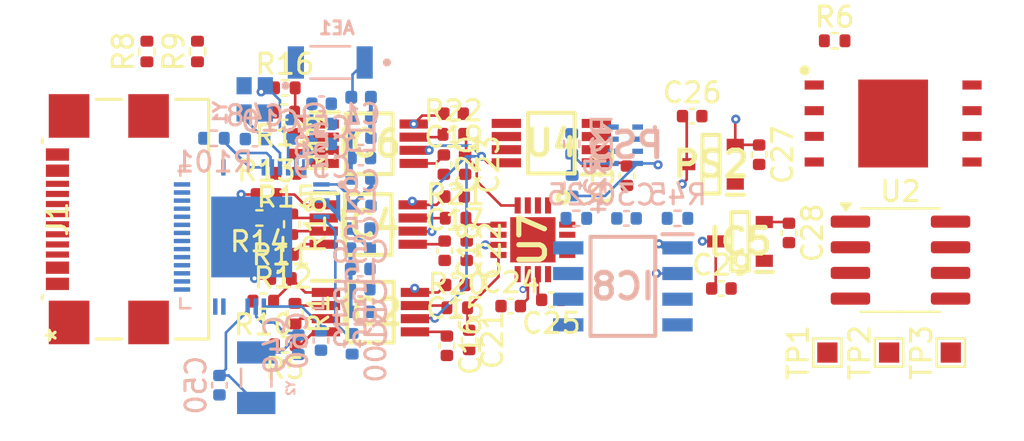
<source format=kicad_pcb>
(kicad_pcb (version 20241229) (generator "pcbnew") (generator_version "9.0")
  (layers (0 "F.Cu" signal) (4 "In1.Cu" power) (6 "In2.Cu" power) (2 "B.Cu" signal) (13 "F.Paste" user) (15 "B.Paste" user) (5 "F.SilkS" user "F.Silkscreen") (7 "B.SilkS" user "B.Silkscreen") (1 "F.Mask" user) (3 "B.Mask" user) (25 "Edge.Cuts" user))
  (net 0 "")
  (net 2 "Net-(AE1-FEED)")
  (net 3 "Net-(C1-Pad1)")
  (net 4 "Net-(C1-Pad2)")
  (net 5 "GNDD")
  (net 6 "Net-(IC10-LNA_IN)")
  (net 7 "5V_LDO")
  (net 8 "3.7V_BAT-")
  (net 9 "Net-(IC2--VS)")
  (net 10 "Net-(IC4--VS)")
  (net 11 "Net-(IC6--VS)")
  (net 12 "SG1_FILTERED")
  (net 13 "SG2_FILTERED")
  (net 14 "SG3_FILTERED")
  (net 15 "3V3_Ref")
  (net 16 "5.5V_BOOST")
  (net 17 "SG_EXCITATION")
  (net 18 "PGND")
  (net 19 "3V3")
  (net 20 "Net-(IC10-XTAL_P)")
  (net 21 "Net-(IC10-XTAL_N)")
  (net 22 "Net-(IC10-XTAL_32K_P)")
  (net 23 "Net-(IC10-XTAL_32K_N)")
  (net 24 "Net-(IC10-VDD3P3_1)")
  (net 25 "CS_FLASH")
  (net 26 "SLCK_FLASH")
  (net 27 "MISO_FLASH")
  (net 28 "MOSI_FLASH")
  (net 29 "SG1+")
  (net 30 "Net-(IC2-RG_2)")
  (net 31 "SG1_AMP")
  (net 32 "DAC_BIAS_REF")
  (net 33 "Net-(IC2-RG_1)")
  (net 34 "SG1-")
  (net 35 "Net-(IC4-RG_2)")
  (net 36 "SG2+")
  (net 37 "SG2-")
  (net 38 "Net-(IC4-RG_1)")
  (net 39 "SG2_AMP")
  (net 40 "Net-(IC6-RG_1)")
  (net 41 "SG3+")
  (net 42 "SG3-")
  (net 43 "SG3_AMP")
  (net 44 "Net-(IC6-RG_2)")
  (net 45 "Net-(IC8-ADJ)")
  (net 47 "Net-(IC10-GPIO0)")
  (net 49 "3V3_ESP")
  (net 50 "usb_esp-")
  (net 52 "Net-(IC10-GPIO45)")
  (net 53 "CS_ESP")
  (net 54 "MISO_ESP")
  (net 56 "usb_esp+")
  (net 58 "SCLK_ESP")
  (net 63 "MOSI_ESP")
  (net 64 "USB_D+_EXT")
  (net 65 "5v_USB_EXT")
  (net 66 "USB_D-_EXT")
  (net 69 "Net-(J1-CC2)")
  (net 70 "Net-(J1-CC1)")
  (net 71 "Net-(PS3-FB)")
  (net 72 "3.7V_BAT+")
  (net 73 "CS_PSRAM")
  (net 74 "SCLK_PSRAM")
  (net 75 "HLD_PSRAM")
  (net 76 "DO_PSRAM")
  (net 77 "VDD_PSRAM")
  (net 78 "DI_PSRAM")
  (net 79 "WP_PSRAM")
  (net 80 "LDAC_DAC")
  (footprint "Resistor_SMD:R_0402_1005Metric" (layer "F.Cu") (at 109.86 109.785 180)
    (property "Reference" "R5")
    (property "Value" "350")
  )
  (footprint "wsg_fp:AP2120N-5.0TRG" (layer "F.Cu") (at 130.926236 100.848824 180)
    (property "Reference" "PS2")
    (property "Value" "AP2120N-5.0TRG1" (hide yes))
  )
  (footprint "wsg_fp:USB4110-GF-A_GCT" (layer "F.Cu") (at 101.98 103.57 90)
    (property "Reference" "J1")
    (property "Value" "USB4110-GF-A")
  )
  (footprint "Capacitor_SMD:C_0402_1005Metric" (layer "F.Cu") (at 118.25 102.45 180)
    (property "Reference" "C17")
    (property "Value" "0.1uF")
  )
  (footprint "Capacitor_SMD:C_0402_1005Metric" (layer "F.Cu") (at 121.025 107.87)
    (property "Reference" "C24")
    (property "Value" "0.1uF")
  )
  (footprint "TestPoint:TestPoint_Pad_1.0x1.0mm" (layer "F.Cu") (at 142.78 110.17 90)
    (property "Reference" "TP3")
    (property "Value" "SCLK_ESP")
  )
  (footprint "TestPoint:TestPoint_Pad_1.0x1.0mm" (layer "F.Cu") (at 136.68 110.17 90)
    (property "Reference" "TP1")
    (property "Value" "MISO_ESP")
  )
  (footprint "Resistor_SMD:R_0402_1005Metric" (layer "F.Cu") (at 118.3 103.52)
    (property "Reference" "R21")
    (property "Value" "1k")
  )
  (footprint "Capacitor_SMD:C_0402_1005Metric" (layer "F.Cu") (at 118.2 98.35 180)
    (property "Reference" "C19")
    (property "Value" "0.1uF")
  )
  (footprint "wsg_fp:AP2120N-3.3TRG1" (layer "F.Cu") (at 132.36 104.67 180)
    (property "Reference" "IC5")
    (property "Value" "AP2120N-3.3TRG1" (hide yes))
  )
  (footprint "Resistor_SMD:R_0402_1005Metric" (layer "F.Cu") (at 109.86 97.07)
    (property "Reference" "R16")
    (property "Value" "350")
  )
  (footprint "Resistor_SMD:R_0402_1005Metric" (layer "F.Cu") (at 103.04 95.27 90)
    (property "Reference" "R8")
    (property "Value" "5.1k")
  )
  (footprint "TestPoint:TestPoint_Pad_1.0x1.0mm" (layer "F.Cu") (at 139.73 110.17 90)
    (property "Reference" "TP2")
    (property "Value" "MOSI_ESP")
  )
  (footprint "Resistor_SMD:R_0402_1005Metric" (layer "F.Cu") (at 110.36 108.245 -90)
    (property "Reference" "R1")
    (property "Value" "200")
  )
  (footprint "Capacitor_SMD:C_0402_1005Metric" (layer "F.Cu") (at 134.78 104.25 -90)
    (property "Reference" "C28")
    (property "Value" "1uF")
  )
  (footprint "Capacitor_SMD:C_0402_1005Metric" (layer "F.Cu") (at 117.72 100.87 -90)
    (property "Reference" "C20")
    (property "Value" "0.1uF")
  )
  (footprint "Resistor_SMD:R_0402_1005Metric" (layer "F.Cu") (at 105.54 95.27 90)
    (property "Reference" "R9")
    (property "Value" "5.1k")
  )
  (footprint "Package_SO:SOIC-8_3.9x4.9mm_P1.27mm" (layer "F.Cu") (at 140.295 105.595)
    (property "Reference" "U2")
    (property "Value" "ESP-PSRAM64H")
  )
  (footprint "Resistor_SMD:R_0402_1005Metric" (layer "F.Cu") (at 110.3 99.84 -90)
    (property "Reference" "R19")
    (property "Value" "200")
  )
  (footprint "Resistor_SMD:R_0402_1005Metric" (layer "F.Cu") (at 108.95 102.35)
    (property "Reference" "R13")
    (property "Value" "350")
  )
  (footprint "wsg_fp:SOP65P490X110-8N" (layer "F.Cu") (at 123.035 99.805 180)
    (property "Reference" "U4")
    (property "Value" "AD5626BRMZ" (hide yes))
  )
  (footprint "Capacitor_SMD:C_0402_1005Metric" (layer "F.Cu") (at 126.77 101.42 90)
    (property "Reference" "C31")
    (property "Value" "0.1uF")
  )
  (footprint "Capacitor_SMD:C_0402_1005Metric" (layer "F.Cu") (at 131.44 107)
    (property "Reference" "C29")
    (property "Value" "1uF")
  )
  (footprint "Capacitor_SMD:C_0402_1005Metric" (layer "F.Cu") (at 118.97 109.545 -90)
    (property "Reference" "C21")
    (property "Value" "10nF")
  )
  (footprint "Resistor_SMD:R_0402_1005Metric" (layer "F.Cu") (at 110.2 103.82 -90)
    (property "Reference" "R18")
    (property "Value" "200")
  )
  (footprint "Capacitor_SMD:C_0402_1005Metric" (layer "F.Cu") (at 133.306236 100.378824 -90)
    (property "Reference" "C27")
    (property "Value" "1uF")
  )
  (footprint "Capacitor_SMD:C_0402_1005Metric" (layer "F.Cu") (at 118.85 105.13 -90)
    (property "Reference" "C22")
    (property "Value" "10nF")
  )
  (footprint "Resistor_SMD:R_0402_1005Metric" (layer "F.Cu") (at 109.92 101.3 180)
    (property "Reference" "R15")
    (property "Value" "350")
  )
  (footprint "wsg_fp:INA827AIDGK" (layer "F.Cu") (at 114.03 99.835)
    (property "Reference" "IC6")
    (property "Value" "INA827AIDGK" (hide yes))
  )
  (footprint "Capacitor_SMD:C_0402_1005Metric" (layer "F.Cu") (at 123.035 107.56 180)
    (property "Reference" "C25")
    (property "Value" "0.1uF")
  )
  (footprint "Resistor_SMD:R_0402_1005Metric" (layer "F.Cu") (at 137.04 94.74)
    (property "Reference" "R6")
    (property "Value" "100k")
  )
  (footprint "wsg_fp:SON127P800X600X80-9N-D" (layer "F.Cu") (at 139.93 98.835)
    (property "Reference" "IC1" (hide yes))
    (property "Value" "W25N04KVZEIR" (hide yes))
  )
  (footprint "Resistor_SMD:R_0402_1005Metric" (layer "F.Cu") (at 118.19 99.37)
    (property "Reference" "R22")
    (property "Value" "1k")
  )
  (footprint "wsg_fp:INA827AIDGK" (layer "F.Cu") (at 114.09 108.17)
    (property "Reference" "IC2")
    (property "Value" "INA827AIDGK" (hide yes))
  )
  (footprint "Resistor_SMD:R_0402_1005Metric" (layer "F.Cu") (at 109.83 98.27 180)
    (property "Reference" "R17")
    (property "Value" "350")
  )
  (footprint "Resistor_SMD:R_0402_1005Metric" (layer "F.Cu") (at 108.79 107.625 180)
    (property "Reference" "R10")
    (property "Value" "350")
  )
  (footprint "Resistor_SMD:R_0402_1005Metric" (layer "F.Cu") (at 108.6 103.51 180)
    (property "Reference" "R14")
    (property "Value" "350")
  )
  (footprint "wsg_fp:INA827AIDGK" (layer "F.Cu") (at 113.98 103.835)
    (property "Reference" "IC4")
    (property "Value" "INA827AIDGK" (hide yes))
  )
  (footprint "Capacitor_SMD:C_0402_1005Metric" (layer "F.Cu") (at 118.77 100.87 -90)
    (property "Reference" "C23")
    (property "Value" "10nF")
  )
  (footprint "Capacitor_SMD:C_0402_1005Metric" (layer "F.Cu") (at 129.996236 98.468824)
    (property "Reference" "C26")
    (property "Value" "1uF")
  )
  (footprint "Resistor_SMD:R_0402_1005Metric" (layer "F.Cu") (at 109.67 106.505)
    (property "Reference" "R11")
    (property "Value" "350")
  )
  (footprint "Capacitor_SMD:C_0402_1005Metric" (layer "F.Cu") (at 117.76 105.13 -90)
    (property "Reference" "C18")
    (property "Value" "0.1uF")
  )
  (footprint "wsg_fp:ADS1120IRVAR" (layer "F.Cu") (at 122.12 104.59 -90)
    (property "Reference" "U7")
    (property "Value" "ADS1120IRVAR" (hide yes))
  )
  (footprint "Resistor_SMD:R_0402_1005Metric" (layer "F.Cu") (at 118.38 107.955)
    (property "Reference" "R20")
    (property "Value" "1k")
  )
  (footprint "Capacitor_SMD:C_0402_1005Metric" (layer "F.Cu") (at 117.87 109.835 -90)
    (property "Reference" "C16")
    (property "Value" "0.1uF")
  )
  (footprint "Capacitor_SMD:C_0402_1005Metric" (layer "F.Cu") (at 118.29 106.825 180)
    (property "Reference" "C15")
    (property "Value" "0.1uF")
  )
  (footprint "Resistor_SMD:R_0402_1005Metric" (layer "F.Cu") (at 109.77 105.31 180)
    (property "Reference" "R12")
    (property "Value" "350")
  )
  (footprint "Resistor_SMD:R_0402_1005Metric" (layer "B.Cu") (at 124.27 103.53 180)
    (property "Reference" "R25")
    (property "Value" "36.5k")
  )
  (footprint "Resistor_SMD:R_0402_1005Metric" (layer "B.Cu") (at 106.355 99.565)
    (property "Reference" "R101")
    (property "Value" "10k")
  )
  (footprint "Capacitor_SMD:C_0402_1005Metric" (layer "B.Cu") (at 126.75 103.53 180)
    (property "Reference" "C30")
    (property "Value" "2.2uF")
  )
  (footprint "Capacitor_SMD:C_0402_1005Metric" (layer "B.Cu") (at 113.585 106.035)
    (property "Reference" "C55")
    (property "Value" "0.1uF")
  )
  (footprint "Capacitor_SMD:C_0402_1005Metric" (layer "B.Cu") (at 113.617963 100.54547)
    (property "Reference" "C6")
    (property "Value" "1.5pF")
  )
  (footprint "Resistor_SMD:R_0402_1005Metric" (layer "B.Cu") (at 113.185 109.735 90)
    (property "Reference" "R100")
    (property "Value" "10k")
  )
  (footprint "Capacitor_SMD:C_0402_1005Metric" (layer "B.Cu") (at 111.675 97.855)
    (property "Reference" "C57")
    (property "Value" "2.2uF")
  )
  (footprint "Inductor_SMD:L_0402_1005Metric" (layer "B.Cu") (at 113.627963 97.53547)
    (property "Reference" "L4")
    (property "Value" "3.3nH")
  )
  (footprint "wsg_fp:XDCR_2450AT18B100E" (layer "B.Cu") (at 112.105 95.815 180)
    (property "Reference" "AE1")
    (property "Value" "Antenna_Chip")
  )
  (footprint "Capacitor_SMD:C_0402_1005Metric" (layer "B.Cu") (at 108.385 99.605 180)
    (property "Reference" "C48")
    (property "Value" "14pF")
  )
  (footprint "wsg_fp:XTAL_ECS-.327-12.5-34B-TR" (layer "B.Cu") (at 108.445 111.415 90)
    (property "Reference" "Y2")
    (property "Value" "ECS-.327-12.5-34B-TR")
  )
  (footprint "wsg_fp:ESP32-S2FH2" (layer "B.Cu") (at 108.22 104.45 180)
    (property "Reference" "IC10")
    (property "Value" "ESP32-S3")
  )
  (footprint "Capacitor_SMD:C_0402_1005Metric" (layer "B.Cu") (at 110.525 109.785 -90)
    (property "Reference" "C49")
    (property "Value" "17pF")
  )
  (footprint "Capacitor_SMD:C_0402_1005Metric" (layer "B.Cu") (at 113.585 108.155)
    (property "Reference" "C53")
    (property "Value" "2.2uF")
  )
  (footprint "Capacitor_SMD:C_0402_1005Metric" (layer "B.Cu") (at 111.685 98.855)
    (property "Reference" "C58")
    (property "Value" "0.1uF")
  )
  (footprint "Capacitor_SMD:C_0402_1005Metric" (layer "B.Cu") (at 113.635 102.915)
    (property "Reference" "C5")
    (property "Value" "1.5pF")
  )
  (footprint "Capacitor_SMD:C_0402_1005Metric" (layer "B.Cu") (at 106.625 111.785 -90)
    (property "Reference" "C50")
    (property "Value" "17pF")
  )
  (footprint "wsg_fp:TPSM83100SIUR" (layer "B.Cu") (at 126.7 99.91 180)
    (property "Reference" "PS3")
    (property "Value" "TPSM83100SIUR" (hide yes))
  )
  (footprint "wsg_fp:XTAL_ECS-400-10-37B2-CKY-TR" (layer "B.Cu") (at 108.37 97.64 -90)
    (property "Reference" "Y1")
    (property "Value" "ECS-400-10-37B2-CKY-TR")
  )
  (footprint "Capacitor_SMD:C_0402_1005Metric" (layer "B.Cu") (at 113.585 104.035)
    (property "Reference" "C56")
    (property "Value" "0.1uF")
  )
  (footprint "Capacitor_SMD:C_0402_1005Metric" (layer "B.Cu") (at 113.585 107.035)
    (property "Reference" "C54")
    (property "Value" "2.2uF")
  )
  (footprint "Inductor_SMD:L_0402_1005Metric" (layer "B.Cu") (at 113.585 105.035)
    (property "Reference" "L5")
    (property "Value" "2nH")
  )
  (footprint "Resistor_SMD:R_0402_1005Metric" (layer "B.Cu") (at 129.27 103.53 180)
    (property "Reference" "R45")
    (property "Value" "22k")
  )
  (footprint "wsg_fp:SOIC127P600X175-8N" (layer "B.Cu") (at 126.57 106.895 180)
    (property "Reference" "IC8")
    (property "Value" "SPX3819S-L_TR" (hide yes))
  )
  (footprint "Inductor_SMD:L_0402_1005Metric" (layer "B.Cu") (at 113.632963 101.54547)
    (property "Reference" "L2")
    (property "Value" "2.7nH")
  )
  (footprint "Inductor_SMD:L_0402_1005Metric" (layer "B.Cu") (at 113.627963 98.53547)
    (property "Reference" "L3")
    (property "Value" "2.7nH")
  )
  (footprint "Capacitor_SMD:C_0402_1005Metric" (layer "B.Cu") (at 110.195 99.125 90)
    (property "Reference" "C47")
    (property "Value" "14pF")
  )
  (footprint "Resistor_SMD:R_0402_1005Metric" (layer "B.Cu") (at 124.04 99.84 90)
    (property "Reference" "R23")
    (property "Value" "80.6k")
  )
  (footprint "Capacitor_SMD:C_0402_1005Metric" (layer "B.Cu") (at 113.627963 99.53547 180)
    (property "Reference" "C1")
    (property "Value" "1.2pF")
  )
  (footprint "Capacitor_SMD:C_0402_1005Metric" (layer "B.Cu") (at 111.685 99.845)
    (property "Reference" "C59")
    (property "Value" "10nF")
  )
  (footprint "Resistor_SMD:R_0402_1005Metric" (layer "B.Cu") (at 124.06 101.91 90)
    (property "Reference" "R24")
    (property "Value" "806k")
  )
  (footprint "Capacitor_SMD:C_0402_1005Metric" (layer "B.Cu") (at 111.645 109.575 -90)
    (property "Reference" "C60")
    (property "Value" "0.1uF")
  )
  (segment (start 113.205 96.415) (end 113.205 97.473433) (width 0.13) (layer "B.Cu") (net 2))
  (segment (start 113.205 97.473433) (end 113.142963 97.53547) (width 0.13) (layer "B.Cu") (net 2))
  (segment (start 113.805 95.815) (end 113.205 96.415) (width 0.13) (layer "B.Cu") (net 2))
  (segment (start 114.112963 98.53547) (end 114.112963 97.53547) (width 0.2) (layer "B.Cu") (net 3))
  (segment (start 114.107963 99.53547) (end 114.08 99.507507) (width 0.2) (layer "B.Cu") (net 3))
  (segment (start 114.08 99.507507) (end 114.08 98.59) (width 0.2) (layer "B.Cu") (net 3))
  (segment (start 113.137963 100.54547) (end 113.11 100.517507) (width 0.2) (layer "B.Cu") (net 4))
  (segment (start 113.147963 101.54547) (end 113.12 101.517507) (width 0.2) (layer "B.Cu") (net 4))
  (segment (start 113.11 100.517507) (end 113.11 99.595) (width 0.2) (layer "B.Cu") (net 4))
  (segment (start 113.12 101.517507) (end 113.12 100.605) (width 0.2) (layer "B.Cu") (net 4))
  (segment (start 112.467602 101.85) (end 111.665 101.85) (width 0.13) (layer "B.Cu") (net 6))
  (segment (start 113.005 102.765) (end 113.005 102.387398) (width 0.13) (layer "B.Cu") (net 6))
  (segment (start 114.145 101.925) (end 114.145 101.765) (width 0.2) (layer "B.Cu") (net 6))
  (segment (start 113.155 102.915) (end 113.005 102.765) (width 0.13) (layer "B.Cu") (net 6))
  (segment (start 113.005 102.387398) (end 112.467602 101.85) (width 0.13) (layer "B.Cu") (net 6))
  (segment (start 114.09 101.573433) (end 114.117963 101.54547) (width 0.2) (layer "B.Cu") (net 6))
  (segment (start 113.155 102.915) (end 114.145 101.925) (width 0.2) (layer "B.Cu") (net 6))
  (segment (start 108.89 97.07) (end 108.69 97.27) (width 0.13) (layer "F.Cu") (net 7))
  (segment (start 117.44 107.195) (end 117.81 106.825) (width 0.13) (layer "F.Cu") (net 7))
  (segment (start 108.365 106.505) (end 108.36 106.5) (width 0.13) (layer "F.Cu") (net 7))
  (segment (start 120.42 104.84) (end 119.778907 104.839999) (width 0.13) (layer "F.Cu") (net 7))
  (segment (start 117.72 98.35) (end 117.63 98.44) (width 0.13) (layer "F.Cu") (net 7))
  (segment (start 121.87 106.29) (end 121.87 106.809301) (width 0.13) (layer "F.Cu") (net 7))
  (segment (start 121.87 106.29) (end 121.87 106.99) (width 0.13) (layer "F.Cu") (net 7))
  (segment (start 132.126236 99.888824) (end 133.296236 99.888824) (width 0.13) (layer "F.Cu") (net 7))
  (segment (start 109.16 106.505) (end 108.365 106.505) (width 0.13) (layer "F.Cu") (net 7))
  (segment (start 116.29 107.195) (end 117.44 107.195) (width 0.13) (layer "F.Cu") (net 7))
  (segment (start 107.71 102.35) (end 107.7 102.34) (width 0.13) (layer "F.Cu") (net 7))
  (segment (start 116.18 102.7) (end 116.16 102.68) (width 0.13) (layer "F.Cu") (net 7))
  (segment (start 121.87 106.99) (end 121.87 107.505) (width 0.13) (layer "F.Cu") (net 7))
  (segment (start 116.18 102.86) (end 116.18 102.7) (width 0.13) (layer "F.Cu") (net 7))
  (segment (start 117.63 98.44) (end 116.65 98.44) (width 0.13) (layer "F.Cu") (net 7))
  (segment (start 121.87 106.809301) (end 121.63115 107.048151) (width 0.13) (layer "F.Cu") (net 7))
  (segment (start 116.18 102.86) (end 117.36 102.86) (width 0.13) (layer "F.Cu") (net 7))
  (segment (start 117.36 102.86) (end 117.77 102.45) (width 0.13) (layer "F.Cu") (net 7))
  (segment (start 132.126236 99.888824) (end 132.126236 98.643764) (width 0.13) (layer "F.Cu") (net 7))
  (segment (start 109.35 97.07) (end 108.89 97.07) (width 0.13) (layer "F.Cu") (net 7))
  (segment (start 116.29 107.195) (end 116.29 107) (width 0.13) (layer "F.Cu") (net 7))
  (segment (start 133.296236 99.888824) (end 133.306236 99.898824) (width 0.13) (layer "F.Cu") (net 7))
  (segment (start 125.26 100.78) (end 126.61 100.78) (width 0.13) (layer "F.Cu") (net 7))
  (segment (start 121.87 107.505) (end 121.505 107.87) (width 0.13) (layer "F.Cu") (net 7))
  (segment (start 116.65 98.44) (end 116.23 98.86) (width 0.13) (layer "F.Cu") (net 7))
  (segment (start 132.126236 98.643764) (end 132.15 98.62) (width 0.13) (layer "F.Cu") (net 7))
  (segment (start 108.44 102.35) (end 107.71 102.35) (width 0.13) (layer "F.Cu") (net 7))
  (segment (start 116.29 107) (end 116.28 106.99) (width 0.13) (layer "F.Cu") (net 7))
  (segment (start 126.61 100.78) (end 126.77 100.94) (width 0.13) (layer "F.Cu") (net 7))
  (via (at 108.36 106.5) (size 0.45) (drill 0.2) (layers "F.Cu" "B.Cu") (net 7))
  (via (at 107.7 102.34) (size 0.45) (drill 0.2) (layers "F.Cu" "B.Cu") (net 7))
  (via (at 121.63115 107.048151) (size 0.35) (drill 0.2) (layers "F.Cu" "B.Cu") (net 7))
  (via (at 132.15 98.62) (size 0.45) (drill 0.2) (layers "F.Cu" "B.Cu") (net 7))
  (via (at 116.16 102.68) (size 0.45) (drill 0.2) (layers "F.Cu" "B.Cu") (net 7))
  (via (at 116.28 106.99) (size 0.45) (drill 0.2) (layers "F.Cu" "B.Cu") (net 7))
  (via (at 119.778907 104.839999) (size 0.45) (drill 0.2) (layers "F.Cu" "B.Cu") (net 7))
  (via (at 108.69 97.27) (size 0.45) (drill 0.2) (layers "F.Cu" "B.Cu") (net 7))
  (via (at 116.23 98.86) (size 0.45) (drill 0.2) (layers "F.Cu" "B.Cu") (net 7))
  (segment (start 117.66 109.145) (end 117.87 109.355) (width 0.13) (layer "F.Cu") (net 9))
  (segment (start 116.29 109.145) (end 117.66 109.145) (width 0.13) (layer "F.Cu") (net 9))
  (segment (start 116.18 104.81) (end 117.49 104.81) (width 0.13) (layer "F.Cu") (net 10))
  (segment (start 117.65 104.65) (end 117.76 104.65) (width 0.13) (layer "F.Cu") (net 10))
  (segment (start 117.49 104.81) (end 117.65 104.65) (width 0.13) (layer "F.Cu") (net 10))
  (segment (start 117.32 100.81) (end 117.72 100.41) (width 0.13) (layer "F.Cu") (net 11))
  (segment (start 116.23 100.81) (end 117.32 100.81) (width 0.13) (layer "F.Cu") (net 11))
  (segment (start 118.89 107.955) (end 118.89 108.985) (width 0.13) (layer "F.Cu") (net 12))
  (segment (start 120.42 106.425) (end 118.89 107.955) (width 0.13) (layer "F.Cu") (net 12))
  (segment (start 118.89 108.985) (end 118.97 109.065) (width 0.13) (layer "F.Cu") (net 12))
  (segment (start 120.42 105.34) (end 120.42 106.425) (width 0.13) (layer "F.Cu") (net 12))
  (segment (start 118.81 103.52) (end 118.81 104.61) (width 0.13) (layer "F.Cu") (net 13))
  (segment (start 119.13 103.84) (end 118.81 103.52) (width 0.13) (layer "F.Cu") (net 13))
  (segment (start 118.81 104.61) (end 118.85 104.65) (width 0.13) (layer "F.Cu") (net 13))
  (segment (start 120.42 103.84) (end 119.13 103.84) (width 0.13) (layer "F.Cu") (net 13))
  (segment (start 118.77 100.46195) (end 119.346 101.03795) (width 0.13) (layer "F.Cu") (net 14))
  (segment (start 118.82 99.57) (end 118.82 100.34) (width 0.13) (layer "F.Cu") (net 14))
  (segment (start 119.346 101.03795) (end 119.346 101.66205) (width 0.13) (layer "F.Cu") (net 14))
  (segment (start 119.334025 101.674025) (end 120.55 102.89) (width 0.13) (layer "F.Cu") (net 14))
  (segment (start 118.82 100.34) (end 118.77 100.39) (width 0.13) (layer "F.Cu") (net 14))
  (segment (start 118.77 100.39) (end 118.77 100.46195) (width 0.13) (layer "F.Cu") (net 14))
  (segment (start 118.7 99.45) (end 118.82 99.57) (width 0.13) (layer "F.Cu") (net 14))
  (segment (start 120.55 102.89) (end 121.37 102.89) (width 0.13) (layer "F.Cu") (net 14))
  (segment (start 119.346 101.66205) (end 119.334025 101.674025) (width 0.13) (layer "F.Cu") (net 14))
  (segment (start 122.37 106.29) (end 122.37 107.375) (width 0.13) (layer "F.Cu") (net 15))
  (segment (start 122.37 107.375) (end 122.555 107.56) (width 0.13) (layer "F.Cu") (net 15))
  (segment (start 133.56 103.71) (end 134.72 103.71) (width 0.13) (layer "F.Cu") (net 15))
  (segment (start 134.72 103.71) (end 134.78 103.77) (width 0.13) (layer "F.Cu") (net 15))
  (segment (start 131.16 106.8) (end 130.96 107) (width 0.13) (layer "F.Cu") (net 16))
  (segment (start 129.726236 98.678824) (end 129.516236 98.468824) (width 0.13) (layer "F.Cu") (net 16))
  (segment (start 129.726236 100.848824) (end 129.726236 101.603764) (width 0.13) (layer "F.Cu") (net 16))
  (segment (start 129.726236 100.848824) (end 129.726236 98.678824) (width 0.13) (layer "F.Cu") (net 16))
  (segment (start 129.726236 101.603764) (end 129.5 101.83) (width 0.13) (layer "F.Cu") (net 16))
  (segment (start 131.16 104.67) (end 130.51 104.67) (width 0.13) (layer "F.Cu") (net 16))
  (segment (start 131.16 104.67) (end 131.16 106.8) (width 0.13) (layer "F.Cu") (net 16))
  (segment (start 130.51 104.67) (end 130.5 104.66) (width 0.13) (layer "F.Cu") (net 16))
  (via (at 130.5 104.66) (size 0.45) (drill 0.2) (layers "F.Cu" "B.Cu") (net 16))
  (via (at 128.23 106.25) (size 0.45) (drill 0.2) (layers "F.Cu" "B.Cu") (net 16))
  (via (at 129.5 101.83) (size 0.45) (drill 0.2) (layers "F.Cu" "B.Cu") (net 16))
  (via (at 128.35 104.79) (size 0.45) (drill 0.2) (layers "F.Cu" "B.Cu") (net 16))
  (via (at 128.31 100.88) (size 0.45) (drill 0.2) (layers "F.Cu" "B.Cu") (net 16))
  (segment (start 127.3 100.81) (end 125.69 102.42) (width 0.13) (layer "B.Cu") (net 16))
  (segment (start 128.24 100.81) (end 128.31 100.88) (width 0.13) (layer "B.Cu") (net 16))
  (segment (start 128.24 106.26) (end 128.23 106.25) (width 0.13) (layer "B.Cu") (net 16))
  (segment (start 129.27 106.26) (end 128.24 106.26) (width 0.13) (layer "B.Cu") (net 16))
  (segment (start 129.27 104.99) (end 128.55 104.99) (width 0.13) (layer "B.Cu") (net 16))
  (segment (start 125.69 102.42) (end 124.06 102.42) (width 0.13) (layer "B.Cu") (net 16))
  (segment (start 128.55 104.99) (end 128.35 104.79) (width 0.13) (layer "B.Cu") (net 16))
  (segment (start 127.3 100.81) (end 128.24 100.81) (width 0.13) (layer "B.Cu") (net 16))
  (segment (start 113.105 105.04) (end 113.1 105.035) (width 0.2) (layer "B.Cu") (net 19))
  (segment (start 111.175 99.835) (end 111.155 99.855) (width 0.2) (layer "B.Cu") (net 19))
  (segment (start 108.82 107.895) (end 110.695 107.895) (width 0.13) (layer "B.Cu") (net 19))
  (segment (start 110.431 100.579) (end 111.155 99.855) (width 0.2) (layer "B.Cu") (net 19))
  (segment (start 113.105 108.155) (end 113.105 107.035) (width 0.2) (layer "B.Cu") (net 19))
  (segment (start 111.155 100.67) (end 111.155 99.855) (width 0.2) (layer "B.Cu") (net 19))
  (segment (start 111.645 108.845) (end 111.645 109.095) (width 0.13) (layer "B.Cu") (net 19))
  (segment (start 110.82 101.005) (end 111.155 100.67) (width 0.2) (layer "B.Cu") (net 19))
  (segment (start 110.695 107.895) (end 111.645 108.845) (width 0.13) (layer "B.Cu") (net 19))
  (segment (start 110.431 101.005) (end 110.431 100.579) (width 0.2) (layer "B.Cu") (net 19))
  (segment (start 111.175 97.855) (end 111.175 99.835) (width 0.2) (layer "B.Cu") (net 19))
  (segment (start 113.105 107.035) (end 113.105 106.035) (width 0.2) (layer "B.Cu") (net 19))
  (segment (start 113.105 106.035) (end 113.105 105.04) (width 0.2) (layer "B.Cu") (net 19))
  (segment (start 110.02 100.597268) (end 109.996 100.573268) (width 0.13) (layer "B.Cu") (net 20))
  (segment (start 110.195 99.605) (end 110.155 99.605) (width 0.13) (layer "B.Cu") (net 20))
  (segment (start 110.02 99.78) (end 110.195 99.605) (width 0.13) (layer "B.Cu") (net 20))
  (segment (start 109.615 97.685) (end 108.895 96.965) (width 0.13) (layer "B.Cu") (net 20))
  (segment (start 110.02 101.005) (end 110.02 100.597268) (width 0.13) (layer "B.Cu") (net 20))
  (segment (start 110.155 99.605) (end 109.615 99.065) (width 0.13) (layer "B.Cu") (net 20))
  (segment (start 109.615 99.065) (end 109.615 97.685) (width 0.13) (layer "B.Cu") (net 20))
  (segment (start 110.02 101.005) (end 110.02 99.78) (width 0.13) (layer "B.Cu") (net 20))
  (segment (start 108.905 99.585) (end 109.62 100.3) (width 0.13) (layer "B.Cu") (net 21))
  (segment (start 107.845 98.315) (end 107.845 98.585) (width 0.13) (layer "B.Cu") (net 21))
  (segment (start 107.855 98.305) (end 107.845 98.315) (width 0.13) (layer "B.Cu") (net 21))
  (segment (start 109.62 100.3) (end 109.62 101.005) (width 0.13) (layer "B.Cu") (net 21))
  (segment (start 107.845 98.585) (end 108.865 99.605) (width 0.13) (layer "B.Cu") (net 21))
  (segment (start 107.855 98.105) (end 107.855 98.305) (width 0.13) (layer "B.Cu") (net 21))
  (segment (start 109.865 109.205) (end 110.625 109.205) (width 0.13) (layer "B.Cu") (net 22))
  (segment (start 108.444 107.895) (end 108.444 108.394834) (width 0.13) (layer "B.Cu") (net 22))
  (segment (start 109.665 110.165) (end 108.445 110.165) (width 0.13) (layer "B.Cu") (net 22))
  (segment (start 108.734166 108.685) (end 109.345 108.685) (width 0.13) (layer "B.Cu") (net 22))
  (segment (start 108.42 107.895) (end 108.444 107.895) (width 0.13) (layer "B.Cu") (net 22))
  (segment (start 110.625 109.205) (end 109.665 110.165) (width 0.13) (layer "B.Cu") (net 22))
  (segment (start 108.444 108.394834) (end 108.734166 108.685) (width 0.13) (layer "B.Cu") (net 22))
  (segment (start 109.345 108.685) (end 109.865 109.205) (width 0.13) (layer "B.Cu") (net 22))
  (segment (start 106.945 109.185) (end 108.044 108.086) (width 0.13) (layer "B.Cu") (net 23))
  (segment (start 108.445 112.665) (end 107.085 111.305) (width 0.13) (layer "B.Cu") (net 23))
  (segment (start 108.044 107.919) (end 107.996 107.871) (width 0.13) (layer "B.Cu") (net 23))
  (segment (start 107.996 107.871) (end 107.996 108.144) (width 0.13) (layer "B.Cu") (net 23))
  (segment (start 108.044 108.086) (end 108.044 107.919) (width 0.13) (layer "B.Cu") (net 23))
  (segment (start 106.945 110.985) (end 106.945 109.185) (width 0.13) (layer "B.Cu") (net 23))
  (segment (start 107.085 111.305) (end 106.625 111.305) (width 0.13) (layer "B.Cu") (net 23))
  (segment (start 107.996 108.144) (end 108.02 108.12) (width 0.13) (layer "B.Cu") (net 23))
  (segment (start 106.625 111.305) (end 106.945 110.985) (width 0.13) (layer "B.Cu") (net 23))
  (segment (start 108.02 108.12) (end 108.02 107.895) (width 0.13) (layer "B.Cu") (net 23))
  (segment (start 113.105 104.07) (end 113.105 104.035) (width 0.2) (layer "B.Cu") (net 24))
  (segment (start 112.361 102.261) (end 112.495 102.395) (width 0.2) (layer "B.Cu") (net 24))
  (segment (start 113.105 104.035) (end 113.075 104.035) (width 0.2) (layer "B.Cu") (net 24))
  (segment (start 112.495 103.354666) (end 111.790334 102.65) (width 0.2) (layer "B.Cu") (net 24))
  (segment (start 114.07 105.035) (end 113.105 104.07) (width 0.2) (layer "B.Cu") (net 24))
  (segment (start 112.495 102.395) (end 112.495 103.455) (width 0.2) (layer "B.Cu") (net 24))
  (segment (start 111.665 102.261) (end 112.361 102.261) (width 0.2) (layer "B.Cu") (net 24))
  (segment (start 112.495 103.455) (end 112.495 103.354666) (width 0.2) (layer "B.Cu") (net 24))
  (segment (start 112.495 103.455) (end 113.075 104.035) (width 0.2) (layer "B.Cu") (net 24))
  (segment (start 111.790334 102.65) (end 111.665 102.65) (width 0.2) (layer "B.Cu") (net 24))
  (segment (start 110.65 109.785) (end 110.37 109.785) (width 0.13) (layer "F.Cu") (net 29))
  (segment (start 111.29 109.145) (end 110.65 109.785) (width 0.13) (layer "F.Cu") (net 29))
  (segment (start 111.89 109.145) (end 111.29 109.145) (width 0.13) (layer "F.Cu") (net 29))
  (segment (start 110.36 108.755) (end 110.62 108.495) (width 0.13) (layer "F.Cu") (net 30))
  (segment (start 110.62 108.495) (end 111.89 108.495) (width 0.13) (layer "F.Cu") (net 30))
  (segment (start 116.29 107.845) (end 117.76 107.845) (width 0.13) (layer "F.Cu") (net 31))
  (segment (start 117.76 107.845) (end 117.87 107.955) (width 0.13) (layer "F.Cu") (net 31))
  (segment (start 116.992765 100.15534) (end 116.23466 100.15534) (width 0.13) (layer "F.Cu") (net 32))
  (segment (start 119.9 100.78) (end 120.81 100.78) (width 0.13) (layer "F.Cu") (net 32))
  (segment (start 116.23466 100.15534) (end 116.23 100.16) (width 0.13) (layer "F.Cu") (net 32))
  (segment (start 117.27 108.47) (end 116.315 108.47) (width 0.13) (layer "F.Cu") (net 32))
  (segment (start 119.58 100.46) (end 119.9 100.78) (width 0.13) (layer "F.Cu") (net 32))
  (segment (start 116.2 104.18) (end 116.18 104.16) (width 0.13) (layer "F.Cu") (net 32))
  (segment (start 117.13 104.18) (end 116.2 104.18) (width 0.13) (layer "F.Cu") (net 32))
  (segment (start 116.315 108.47) (end 116.29 108.495) (width 0.13) (layer "F.Cu") (net 32))
  (via (at 119.58 100.46) (size 0.45) (drill 0.2) (layers "F.Cu" "B.Cu") (net 32))
  (via (at 117.13 104.18) (size 0.45) (drill 0.2) (layers "F.Cu" "B.Cu") (net 32))
  (via (at 117.27 108.47) (size 0.45) (drill 0.2) (layers "F.Cu" "B.Cu") (net 32))
  (via (at 116.992765 100.15534) (size 0.45) (drill 0.2) (layers "F.Cu" "B.Cu") (net 32))
  (segment (start 119.58 100.46) (end 118.83 100.46) (width 0.13) (layer "B.Cu") (net 32))
  (segment (start 118.83 100.46) (end 117.13 102.16) (width 0.13) (layer "B.Cu") (net 32))
  (segment (start 117.13 102.16) (end 117.13 104.18) (width 0.13) (layer "B.Cu") (net 32))
  (segment (start 118.84 100.66) (end 118.84 106.9) (width 0.13) (layer "B.Cu") (net 32))
  (segment (start 119.58 100.46) (end 119.04 100.46) (width 0.13) (layer "B.Cu") (net 32))
  (segment (start 119.05 99.93) (end 117.218104 99.93) (width 0.13) (layer "B.Cu") (net 32))
  (segment (start 118.84 106.9) (end 117.27 108.47) (width 0.13) (layer "B.Cu") (net 32))
  (segment (start 119.04 100.46) (end 118.84 100.66) (width 0.13) (layer "B.Cu") (net 32))
  (segment (start 117.218104 99.93) (end 116.992765 100.15534) (width 0.13) (layer "B.Cu") (net 32))
  (segment (start 119.58 100.46) (end 119.05 99.93) (width 0.13) (layer "B.Cu") (net 32))
  (segment (start 110.47 107.845) (end 110.36 107.735) (width 0.13) (layer "F.Cu") (net 33))
  (segment (start 111.89 107.845) (end 110.47 107.845) (width 0.13) (layer "F.Cu") (net 33))
  (segment (start 111.89 107.195) (end 110.87 107.195) (width 0.13) (layer "F.Cu") (net 34))
  (segment (start 110.18 106.745) (end 109.3 107.625) (width 0.13) (layer "F.Cu") (net 34))
  (segment (start 110.18 106.505) (end 110.18 106.745) (width 0.13) (layer "F.Cu") (net 34))
  (segment (start 110.87 107.195) (end 110.18 106.505) (width 0.13) (layer "F.Cu") (net 34))
  (segment (start 110.37 104.16) (end 110.2 104.33) (width 0.13) (layer "F.Cu") (net 35))
  (segment (start 111.78 104.16) (end 110.37 104.16) (width 0.13) (layer "F.Cu") (net 35))
  (segment (start 110.2 105.39) (end 110.16 105.39) (width 0.13) (layer "F.Cu") (net 36))
  (segment (start 111.78 104.81) (end 110.78 104.81) (width 0.13) (layer "F.Cu") (net 36))
  (segment (start 110.78 104.81) (end 110.2 105.39) (width 0.13) (layer "F.Cu") (net 36))
  (segment (start 109.46 103.16) (end 109.11 103.51) (width 0.13) (layer "F.Cu") (net 37))
  (segment (start 111.78 102.86) (end 110.84 102.86) (width 0.13) (layer "F.Cu") (net 37))
  (segment (start 110.33 102.35) (end 109.46 102.35) (width 0.13) (layer "F.Cu") (net 37))
  (segment (start 110.84 102.86) (end 110.33 102.35) (width 0.13) (layer "F.Cu") (net 37))
  (segment (start 109.46 102.35) (end 109.46 103.16) (width 0.13) (layer "F.Cu") (net 37))
  (segment (start 111.78 103.51) (end 110.4 103.51) (width 0.13) (layer "F.Cu") (net 38))
  (segment (start 110.4 103.51) (end 110.2 103.31) (width 0.13) (layer "F.Cu") (net 38))
  (segment (start 116.19 103.52) (end 116.18 103.51) (width 0.13) (layer "F.Cu") (net 39))
  (segment (start 117.79 103.52) (end 116.19 103.52) (width 0.13) (layer "F.Cu") (net 39))
  (segment (start 111.83 99.51) (end 110.48 99.51) (width 0.13) (layer "F.Cu") (net 40))
  (segment (start 110.48 99.51) (end 110.3 99.33) (width 0.13) (layer "F.Cu") (net 40))
  (segment (start 110.92 100.81) (end 110.43 101.3) (width 0.13) (layer "F.Cu") (net 41))
  (segment (start 111.83 100.81) (end 110.92 100.81) (width 0.13) (layer "F.Cu") (net 41))
  (segment (start 111.83 98.86) (end 110.93 98.86) (width 0.2) (layer "F.Cu") (net 42))
  (segment (start 110.37 97.07) (end 110.37 98.24) (width 0.13) (layer "F.Cu") (net 42))
  (segment (start 110.37 98.24) (end 110.34 98.27) (width 0.13) (layer "F.Cu") (net 42))
  (segment (start 111.71 98.74) (end 111.83 98.86) (width 0.2) (layer "F.Cu") (net 42))
  (segment (start 110.93 98.86) (end 110.34 98.27) (width 0.2) (layer "F.Cu") (net 42))
  (segment (start 117.54 99.51) (end 116.23 99.51) (width 0.13) (layer "F.Cu") (net 43))
  (segment (start 117.68 99.45) (end 117.68 99.37) (width 0.13) (layer "F.Cu") (net 43))
  (segment (start 117.68 99.37) (end 117.54 99.51) (width 0.13) (layer "F.Cu") (net 43))
  (segment (start 111.83 100.16) (end 110.49 100.16) (width 0.13) (layer "F.Cu") (net 44))
  (segment (start 110.49 100.16) (end 110.3 100.35) (width 0.13) (layer "F.Cu") (net 44))
  (segment (start 111.665 103.45) (end 112.355 104.14) (width 0.13) (layer "B.Cu") (net 47))
  (segment (start 113.185 109.225) (end 112.875 109.225) (width 0.13) (layer "B.Cu") (net 47))
  (segment (start 112.355 104.14) (end 112.355 108.705) (width 0.13) (layer "B.Cu") (net 47))
  (segment (start 112.875 109.225) (end 112.355 108.705) (width 0.13) (layer "B.Cu") (net 47))
  (segment (start 109.155 100.94) (end 109.155 100.495) (width 0.13) (layer "B.Cu") (net 52))
  (segment (start 108.955 100.295) (end 107.415 100.295) (width 0.13) (layer "B.Cu") (net 52))
  (segment (start 108.82 101.005) (end 108.125 101.005) (width 0.13) (layer "B.Cu") (net 52))
  (segment (start 107.03 99.91) (end 106.865 99.745) (width 0.13) (layer "B.Cu") (net 52))
  (segment (start 109.22 101.005) (end 109.155 100.94) (width 0.13) (layer "B.Cu") (net 52))
  (segment (start 108.125 101.005) (end 107.03 99.91) (width 0.13) (layer "B.Cu") (net 52))
  (segment (start 109.155 100.495) (end 108.955 100.295) (width 0.13) (layer "B.Cu") (net 52))
  (segment (start 107.415 100.295) (end 107.03 99.91) (width 0.13) (layer "B.Cu") (net 52))
  (segment (start 106.865 99.745) (end 106.865 99.565) (width 0.13) (layer "B.Cu") (net 52))
  (segment (start 124.06 101.4) (end 124.06 100.37) (width 0.13) (layer "B.Cu") (net 71))
  (segment (start 124.5 100.81) (end 126.1 100.81) (width 0.13) (layer "B.Cu") (net 71))
  (segment (start 124.06 100.37) (end 124.04 100.35) (width 0.13) (layer "B.Cu") (net 71))
  (segment (start 124.04 100.35) (end 124.5 100.81) (width 0.13) (layer "B.Cu") (net 71))
)
</source>
